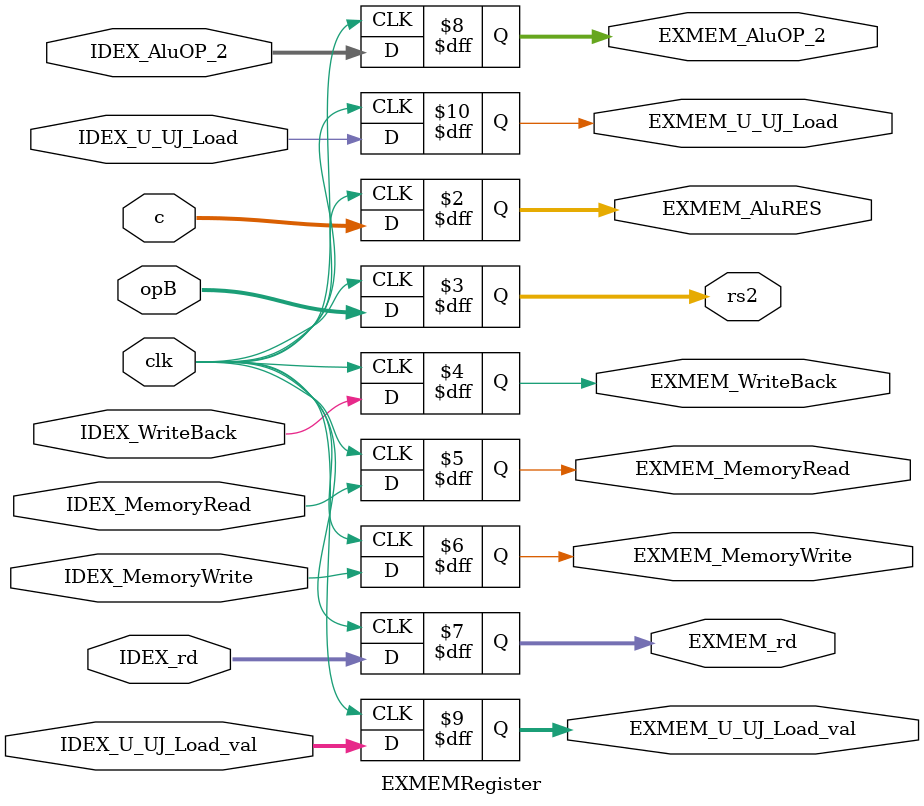
<source format=v>
module EXMEMRegister(
input wire clk,
input wire [31:0]c,
input wire [31:0]opB,
input wire IDEX_WriteBack,
input wire [1:0] IDEX_AluOP_2,
input wire IDEX_MemoryRead,
input wire IDEX_MemoryWrite,
input wire [4:0] IDEX_rd,
input wire [31:0] IDEX_U_UJ_Load_val,
input wire IDEX_U_UJ_Load,

output reg [31:0] EXMEM_AluRES,
output reg [31:0] rs2,
output reg EXMEM_WriteBack,
output reg EXMEM_MemoryRead,
output reg EXMEM_MemoryWrite,
output reg [4:0]EXMEM_rd,
output reg [1:0]EXMEM_AluOP_2,
output reg [31:0] EXMEM_U_UJ_Load_val,
output reg  EXMEM_U_UJ_Load
);

reg [31:0] EXMEM [0:8];

always @(posedge clk ) begin
    //read 
    EXMEM [0] = c;
    EXMEM [1] = opB;
    EXMEM [2] = IDEX_WriteBack;
    EXMEM [3] = IDEX_MemoryRead;
    EXMEM [4] = IDEX_MemoryWrite;
    EXMEM [5] = IDEX_rd;
    EXMEM [6] = IDEX_AluOP_2;
    EXMEM [7] = IDEX_U_UJ_Load_val;
    EXMEM [8] = IDEX_U_UJ_Load;
    //write 
    EXMEM_AluRES <= EXMEM [0];
    rs2 <= EXMEM [1];
    EXMEM_WriteBack <= EXMEM [2];
    EXMEM_MemoryRead <= EXMEM [3];
    EXMEM_MemoryWrite <= EXMEM [4];
    EXMEM_rd <= EXMEM [5];
    EXMEM_AluOP_2 <= EXMEM [6];
    EXMEM_U_UJ_Load_val <= EXMEM [7];
    EXMEM_U_UJ_Load <= EXMEM [8];
end

endmodule
</source>
